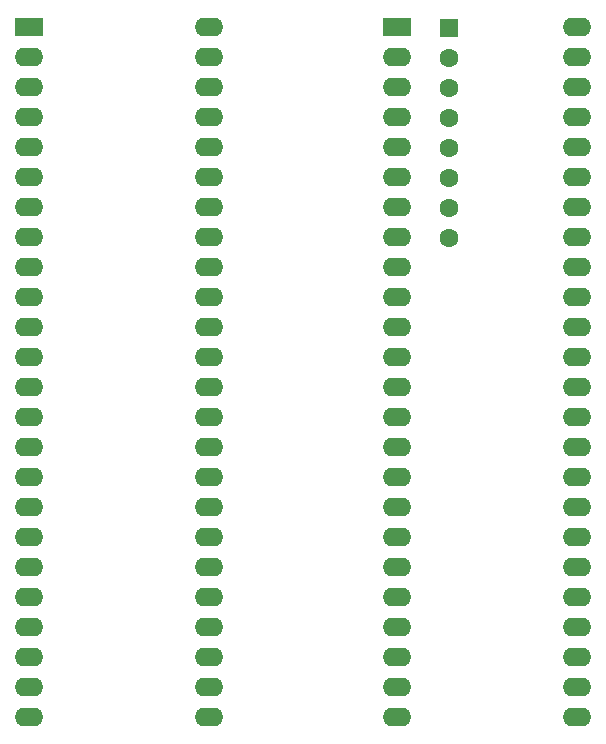
<source format=gbr>
%TF.GenerationSoftware,KiCad,Pcbnew,8.0.7*%
%TF.CreationDate,2025-02-11T22:57:12-05:00*%
%TF.ProjectId,Intel 105 BGA NOR+NAND NonMux,496e7465-6c20-4313-9035-20424741204e,rev?*%
%TF.SameCoordinates,Original*%
%TF.FileFunction,Soldermask,Bot*%
%TF.FilePolarity,Negative*%
%FSLAX46Y46*%
G04 Gerber Fmt 4.6, Leading zero omitted, Abs format (unit mm)*
G04 Created by KiCad (PCBNEW 8.0.7) date 2025-02-11 22:57:12*
%MOMM*%
%LPD*%
G01*
G04 APERTURE LIST*
%ADD10R,2.400000X1.600000*%
%ADD11O,2.400000X1.600000*%
%ADD12R,1.600000X1.600000*%
%ADD13C,1.600000*%
G04 APERTURE END LIST*
D10*
%TO.C,J3*%
X140131800Y-63398400D03*
D11*
X140131800Y-65938400D03*
X140131800Y-68478400D03*
X140131800Y-71018400D03*
X140131800Y-73558400D03*
X140131800Y-76098400D03*
X140131800Y-78638400D03*
X140131800Y-81178400D03*
X140131800Y-83718400D03*
X140131800Y-86258400D03*
X140131800Y-88798400D03*
X140131800Y-91338400D03*
X140131800Y-93878400D03*
X140131800Y-96418400D03*
X140131800Y-98958400D03*
X140131800Y-101498400D03*
X140131800Y-104038400D03*
X140131800Y-106578400D03*
X140131800Y-109118400D03*
X140131800Y-111658400D03*
X140131800Y-114198400D03*
X140131800Y-116738400D03*
X140131800Y-119278400D03*
X140131800Y-121818400D03*
X155371800Y-121818400D03*
X155371800Y-119278400D03*
X155371800Y-116738400D03*
X155371800Y-114198400D03*
X155371800Y-111658400D03*
X155371800Y-109118400D03*
X155371800Y-106578400D03*
X155371800Y-104038400D03*
X155371800Y-101498400D03*
X155371800Y-98958400D03*
X155371800Y-96418400D03*
X155371800Y-93878400D03*
X155371800Y-91338400D03*
X155371800Y-88798400D03*
X155371800Y-86258400D03*
X155371800Y-83718400D03*
X155371800Y-81178400D03*
X155371800Y-78638400D03*
X155371800Y-76098400D03*
X155371800Y-73558400D03*
X155371800Y-71018400D03*
X155371800Y-68478400D03*
X155371800Y-65938400D03*
X155371800Y-63398400D03*
%TD*%
D10*
%TO.C,J1*%
X171348400Y-63423800D03*
D11*
X171348400Y-65963800D03*
X171348400Y-68503800D03*
X171348400Y-71043800D03*
X171348400Y-73583800D03*
X171348400Y-76123800D03*
X171348400Y-78663800D03*
X171348400Y-81203800D03*
X171348400Y-83743800D03*
X171348400Y-86283800D03*
X171348400Y-88823800D03*
X171348400Y-91363800D03*
X171348400Y-93903800D03*
X171348400Y-96443800D03*
X171348400Y-98983800D03*
X171348400Y-101523800D03*
X171348400Y-104063800D03*
X171348400Y-106603800D03*
X171348400Y-109143800D03*
X171348400Y-111683800D03*
X171348400Y-114223800D03*
X171348400Y-116763800D03*
X171348400Y-119303800D03*
X171348400Y-121843800D03*
X186588400Y-121843800D03*
X186588400Y-119303800D03*
X186588400Y-116763800D03*
X186588400Y-114223800D03*
X186588400Y-111683800D03*
X186588400Y-109143800D03*
X186588400Y-106603800D03*
X186588400Y-104063800D03*
X186588400Y-101523800D03*
X186588400Y-98983800D03*
X186588400Y-96443800D03*
X186588400Y-93903800D03*
X186588400Y-91363800D03*
X186588400Y-88823800D03*
X186588400Y-86283800D03*
X186588400Y-83743800D03*
X186588400Y-81203800D03*
X186588400Y-78663800D03*
X186588400Y-76123800D03*
X186588400Y-73583800D03*
X186588400Y-71043800D03*
X186588400Y-68503800D03*
X186588400Y-65963800D03*
X186588400Y-63423800D03*
%TD*%
D12*
%TO.C,J2*%
X175691800Y-63525400D03*
D13*
X175691800Y-66065400D03*
X175691800Y-68605400D03*
X175691800Y-71145400D03*
X175691800Y-73685400D03*
X175691800Y-76225400D03*
X175691800Y-78765400D03*
X175691800Y-81305400D03*
%TD*%
M02*

</source>
